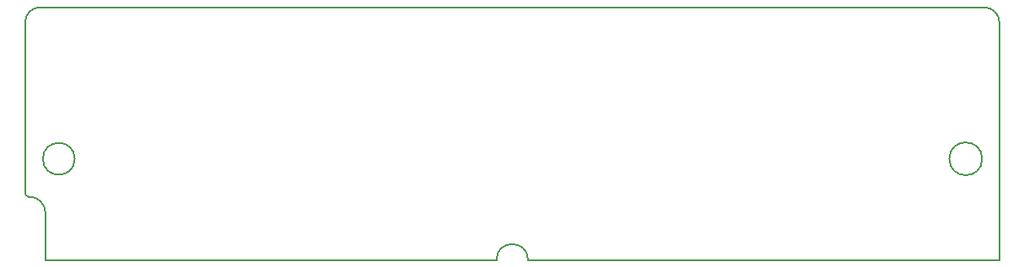
<source format=gm1>
G04 #@! TF.GenerationSoftware,KiCad,Pcbnew,(5.1.10-1-10_14)*
G04 #@! TF.CreationDate,2021-06-21T00:00:00-04:00*
G04 #@! TF.ProjectId,MacIIfxRAMSIMM,4d616349-4966-4785-9241-4d53494d4d2e,rev?*
G04 #@! TF.SameCoordinates,Original*
G04 #@! TF.FileFunction,Profile,NP*
%FSLAX46Y46*%
G04 Gerber Fmt 4.6, Leading zero omitted, Abs format (unit mm)*
G04 Created by KiCad (PCBNEW (5.1.10-1-10_14)) date 2021-06-21 00:00:00*
%MOMM*%
%LPD*%
G01*
G04 APERTURE LIST*
G04 #@! TA.AperFunction,Profile*
%ADD10C,0.150000*%
G04 #@! TD*
G04 APERTURE END LIST*
D10*
X76733200Y-117475000D02*
G75*
G03*
X76733200Y-117475000I-1600000J0D01*
G01*
X71755000Y-120904000D02*
X71755000Y-103759000D01*
X72136000Y-121285000D02*
G75*
G02*
X71755000Y-120904000I0J381000D01*
G01*
X167817800Y-117475000D02*
G75*
G03*
X167817800Y-117475000I-1651000J0D01*
G01*
X72136000Y-121285000D02*
X72199500Y-121285000D01*
X71755000Y-103759000D02*
G75*
G02*
X73279000Y-102235000I1524000J0D01*
G01*
X168021000Y-102235000D02*
G75*
G02*
X169545000Y-103759000I0J-1524000D01*
G01*
X73787000Y-122872500D02*
X73787000Y-127635000D01*
X73787000Y-127635000D02*
X119062500Y-127635000D01*
X122237500Y-127635000D02*
X169545000Y-127635000D01*
X169545000Y-127635000D02*
X169545000Y-103759000D01*
X72199500Y-121285000D02*
G75*
G02*
X73787000Y-122872500I0J-1587500D01*
G01*
X119062500Y-127635000D02*
G75*
G02*
X122237500Y-127635000I1587500J0D01*
G01*
X73279000Y-102235000D02*
X168021000Y-102235000D01*
M02*

</source>
